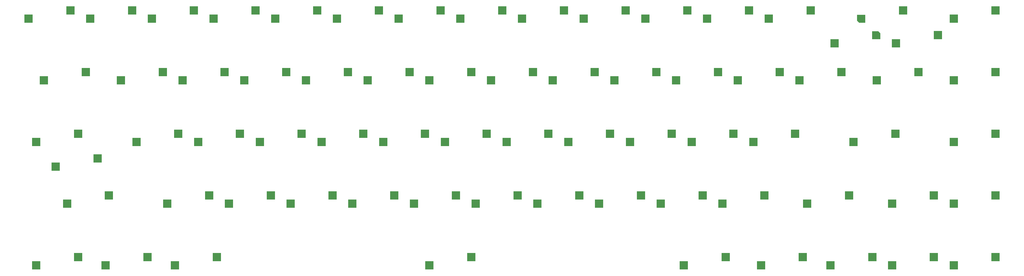
<source format=gbp>
G04 #@! TF.GenerationSoftware,KiCad,Pcbnew,(5.1.5)-3*
G04 #@! TF.CreationDate,2020-03-22T10:56:23+11:00*
G04 #@! TF.ProjectId,discipline-pcb,64697363-6970-46c6-996e-652d7063622e,rev?*
G04 #@! TF.SameCoordinates,Original*
G04 #@! TF.FileFunction,Paste,Bot*
G04 #@! TF.FilePolarity,Positive*
%FSLAX46Y46*%
G04 Gerber Fmt 4.6, Leading zero omitted, Abs format (unit mm)*
G04 Created by KiCad (PCBNEW (5.1.5)-3) date 2020-03-22 10:56:23*
%MOMM*%
%LPD*%
G04 APERTURE LIST*
%ADD10R,2.550000X2.500000*%
%ADD11C,0.100000*%
G04 APERTURE END LIST*
D10*
X57432500Y-106038000D03*
X44505500Y-108578000D03*
X178868600Y-144135600D03*
X165941600Y-146675600D03*
X188393000Y-67940400D03*
X175466000Y-70480400D03*
X207441800Y-67940400D03*
X194514800Y-70480400D03*
X310050600Y-78100400D03*
X322977600Y-75560400D03*
X312210200Y-67940400D03*
D11*
G36*
X300558200Y-71730400D02*
G01*
X298683200Y-71730400D01*
X298008200Y-71080400D01*
X298008200Y-69230400D01*
X300558200Y-69230400D01*
X300558200Y-71730400D01*
G37*
D10*
X93149000Y-67940400D03*
X80222000Y-70480400D03*
X321734600Y-125086800D03*
X308807600Y-127626800D03*
X295542500Y-125086800D03*
X282615500Y-127626800D03*
X221728400Y-106038000D03*
X208801400Y-108578000D03*
X78862400Y-144135600D03*
X65935400Y-146675600D03*
X97911200Y-125086800D03*
X84984200Y-127626800D03*
X55051400Y-67940400D03*
X42124400Y-70480400D03*
X291001800Y-78100400D03*
D11*
G36*
X302653800Y-74310400D02*
G01*
X304528800Y-74310400D01*
X305203800Y-74960400D01*
X305203800Y-76810400D01*
X302653800Y-76810400D01*
X302653800Y-74310400D01*
G37*
D10*
X340783400Y-144135600D03*
X327856400Y-146675600D03*
X321734600Y-144135600D03*
X308807600Y-146675600D03*
X302685800Y-144135600D03*
X289758800Y-146675600D03*
X281255900Y-144135600D03*
X268328900Y-146675600D03*
X257444900Y-144135600D03*
X244517900Y-146675600D03*
X100292300Y-144135600D03*
X87365300Y-146675600D03*
X57432500Y-144135600D03*
X44505500Y-146675600D03*
X340783400Y-125086800D03*
X327856400Y-127626800D03*
X269350400Y-125086800D03*
X256423400Y-127626800D03*
X250301600Y-125086800D03*
X237374600Y-127626800D03*
X231252800Y-125086800D03*
X218325800Y-127626800D03*
X212204000Y-125086800D03*
X199277000Y-127626800D03*
X193155200Y-125086800D03*
X180228200Y-127626800D03*
X174106400Y-125086800D03*
X161179400Y-127626800D03*
X155057600Y-125086800D03*
X142130600Y-127626800D03*
X136008800Y-125086800D03*
X123081800Y-127626800D03*
X116960000Y-125086800D03*
X104033000Y-127626800D03*
X66956900Y-125086800D03*
X54029900Y-127626800D03*
X340783400Y-106038000D03*
X327856400Y-108578000D03*
X309829100Y-106038000D03*
X296902100Y-108578000D03*
X278874800Y-106038000D03*
X265947800Y-108578000D03*
X259826000Y-106038000D03*
X246899000Y-108578000D03*
X240777200Y-106038000D03*
X227850200Y-108578000D03*
X202679600Y-106038000D03*
X189752600Y-108578000D03*
X183630800Y-106038000D03*
X170703800Y-108578000D03*
X164582000Y-106038000D03*
X151655000Y-108578000D03*
X145533200Y-106038000D03*
X132606200Y-108578000D03*
X126484400Y-106038000D03*
X113557400Y-108578000D03*
X107435600Y-106038000D03*
X94508600Y-108578000D03*
X88386800Y-106038000D03*
X75459800Y-108578000D03*
X50510700Y-116198000D03*
X63437700Y-113658000D03*
X340783400Y-86989200D03*
X327856400Y-89529200D03*
X316972400Y-86989200D03*
X304045400Y-89529200D03*
X293161400Y-86989200D03*
X280234400Y-89529200D03*
X274112600Y-86989200D03*
X261185600Y-89529200D03*
X255063800Y-86989200D03*
X242136800Y-89529200D03*
X236015000Y-86989200D03*
X223088000Y-89529200D03*
X216966200Y-86989200D03*
X204039200Y-89529200D03*
X197917400Y-86989200D03*
X184990400Y-89529200D03*
X178868600Y-86989200D03*
X165941600Y-89529200D03*
X159819800Y-86989200D03*
X146892800Y-89529200D03*
X140771000Y-86989200D03*
X127844000Y-89529200D03*
X121722200Y-86989200D03*
X108795200Y-89529200D03*
X102673400Y-86989200D03*
X89746400Y-89529200D03*
X83624600Y-86989200D03*
X70697600Y-89529200D03*
X59813600Y-86989200D03*
X46886600Y-89529200D03*
X340783400Y-67940400D03*
X327856400Y-70480400D03*
X283637000Y-67940400D03*
X270710000Y-70480400D03*
X264588200Y-67940400D03*
X251661200Y-70480400D03*
X245539400Y-67940400D03*
X232612400Y-70480400D03*
X226490600Y-67940400D03*
X213563600Y-70480400D03*
X169344200Y-67940400D03*
X156417200Y-70480400D03*
X150295400Y-67940400D03*
X137368400Y-70480400D03*
X131246600Y-67940400D03*
X118319600Y-70480400D03*
X112197800Y-67940400D03*
X99270800Y-70480400D03*
X74100200Y-67940400D03*
X61173200Y-70480400D03*
M02*

</source>
